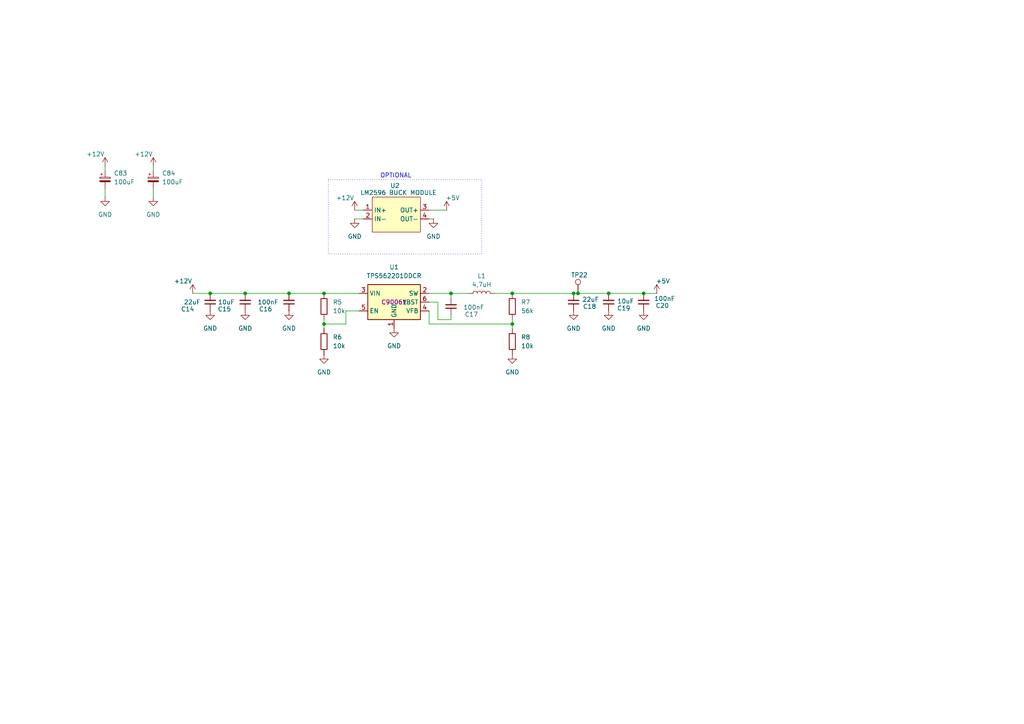
<source format=kicad_sch>
(kicad_sch (version 20250114) (generator "eeschema") (generator_version "9.0")
  (paper "A4")
  (lib_symbols
    (symbol "Connector:TestPoint" (pin_numbers (hide yes)) (pin_names (offset 0.762) (hide yes))
      (property "Reference" "TP" (at 0 6.858 0))
      (property "Value" "TestPoint" (at 0 5.08 0))
      (symbol "TestPoint_0_1"
        (circle (center 0 3.302) (radius 0.762))
      )
      (symbol "TestPoint_1_1"
        (pin passive line (at 0 0 90) (length 2.54) (name "1") (number "1"))
      )
    )
    (symbol "Device:C_Polarized_Small" (pin_numbers (hide yes)) (pin_names (offset 0.254) (hide yes))
      (property "Reference" "C" (at 0.254 1.778 0))
      (property "Value" "C_Polarized_Small" (at 0.254 -2.032 0))
      (symbol "C_Polarized_Small_0_1"
        (rectangle (start -1.524 0.6858) (end 1.524 0.3048))
        (rectangle (start -1.524 -0.3048) (end 1.524 -0.6858) (fill (type outline)))
        (polyline (pts (xy -1.27 1.524) (xy -0.762 1.524)))
        (polyline (pts (xy -1.016 1.27) (xy -1.016 1.778)))
      )
      (symbol "C_Polarized_Small_1_1"
        (pin passive line (at 0 2.54 270) (length 1.8542) (name "~") (number "1"))
        (pin passive line (at 0 -2.54 90) (length 1.8542) (name "~") (number "2"))
      )
    )
    (symbol "Device:C_Small" (pin_numbers (hide yes)) (pin_names (offset 0.254) (hide yes))
      (property "Reference" "C" (at 0.254 1.778 0))
      (property "Value" "C_Small" (at 0.254 -2.032 0))
      (symbol "C_Small_0_1"
        (polyline (pts (xy -1.524 0.508) (xy 1.524 0.508)) (stroke (width 0.3048)))
        (polyline (pts (xy -1.524 -0.508) (xy 1.524 -0.508)) (stroke (width 0.3302)))
      )
      (symbol "C_Small_1_1"
        (pin passive line (at 0 2.54 270) (length 2.032) (name "~") (number "1"))
        (pin passive line (at 0 -2.54 90) (length 2.032) (name "~") (number "2"))
      )
    )
    (symbol "Device:L" (pin_numbers (hide yes)) (pin_names (offset 1.016) (hide yes))
      (property "Reference" "L" (at -1.27 0 90))
      (property "Value" "L" (at 1.905 0 90))
      (symbol "L_0_1"
        (arc (start 0 2.54) (mid 0.6323 1.905) (end 0 1.27))
        (arc (start 0 1.27) (mid 0.6323 0.635) (end 0 0))
        (arc (start 0 0) (mid 0.6323 -0.635) (end 0 -1.27))
        (arc (start 0 -1.27) (mid 0.6323 -1.905) (end 0 -2.54))
      )
      (symbol "L_1_1"
        (pin passive line (at 0 3.81 270) (length 1.27) (name "1") (number "1"))
        (pin passive line (at 0 -3.81 90) (length 1.27) (name "2") (number "2"))
      )
    )
    (symbol "PCM_4ms_Power-symbol:+12V" (power) (pin_names (offset 0))
      (property "Value" "+12V" (at 0 3.556 0))
      (symbol "+12V_0_1"
        (polyline (pts (xy -0.762 1.27) (xy 0 2.54)))
        (polyline (pts (xy 0 2.54) (xy 0.762 1.27)))
        (polyline (pts (xy 0 0) (xy 0 2.54)))
      )
      (symbol "+12V_1_1"
        (pin power_in line (at 0 0 90) (length 0) (hide yes) (name "+12V") (number "1"))
      )
    )
    (symbol "PCM_SL_Resistors:Resistor"
      (property "Reference" "R" (at 0 5.08 0))
      (property "Value" "Resistor" (at 0 2.54 0))
      (symbol "Resistor_0_1"
        (rectangle (start -2.286 0.889) (end 2.286 -0.889) (stroke (width 0.24)))
      )
      (symbol "Resistor_1_1"
        (pin passive line (at -3.81 0 0) (length 1.5) (name "") (number "1"))
        (pin passive line (at 3.81 0 180) (length 1.5) (name "~") (number "2"))
      )
    )
    (symbol "Regulator_Switching:TPS562200"
      (property "Reference" "U" (at -7.62 6.35 0))
      (property "Value" "TPS562200" (at -2.54 6.35 0))
      (symbol "TPS562200_0_1"
        (rectangle (start -7.62 5.08) (end 7.62 -5.08) (stroke (width 0.254)) (fill (type background)))
      )
      (symbol "TPS562200_1_1"
        (pin power_in line (at -10.16 2.54 0) (length 2.54) (name "VIN") (number "3"))
        (pin input line (at -10.16 -2.54 0) (length 2.54) (name "EN") (number "5"))
        (pin power_in line (at 0 -7.62 90) (length 2.54) (name "GND") (number "1"))
        (pin output line (at 10.16 2.54 180) (length 2.54) (name "SW") (number "2"))
        (pin passive line (at 10.16 0 180) (length 2.54) (name "VBST") (number "6"))
        (pin input line (at 10.16 -2.54 180) (length 2.54) (name "VFB") (number "4"))
      )
    )
    (symbol "power:+5V" (power) (pin_numbers (hide yes)) (pin_names (offset 0) (hide yes))
      (property "Value" "+5V" (at 0 3.556 0))
      (symbol "+5V_0_1"
        (polyline (pts (xy -0.762 1.27) (xy 0 2.54)))
        (polyline (pts (xy 0 2.54) (xy 0.762 1.27)))
        (polyline (pts (xy 0 0) (xy 0 2.54)))
      )
      (symbol "+5V_1_1"
        (pin power_in line (at 0 0 90) (length 0) (name "~") (number "1"))
      )
    )
    (symbol "power:GND" (power) (pin_numbers (hide yes)) (pin_names (offset 0) (hide yes))
      (property "Value" "GND" (at 0 -3.81 0))
      (symbol "GND_0_1"
        (polyline (pts (xy 0 0) (xy 0 -1.27) (xy 1.27 -1.27) (xy 0 -2.54) (xy -1.27 -1.27) (xy 0 -1.27)))
      )
      (symbol "GND_1_1"
        (pin power_in line (at 0 0 270) (length 0) (name "~") (number "1"))
      )
    )
    (symbol "sym_lib:DC-DC_Step_down_module"
      (property "Reference" "U" (at 0 1.524 0))
      (symbol "DC-DC_Step_down_module_1_1"
        (rectangle (start -6.35 0) (end 7.62 -10.16) (fill (type background)))
        (pin input line (at -8.89 -3.81 0) (length 2.54) (name "IN+") (number "1"))
        (pin input line (at -8.89 -6.35 0) (length 2.54) (name "IN-") (number "2"))
        (pin output line (at 10.16 -3.81 180) (length 2.54) (name "OUT+") (number "3"))
        (pin output line (at 10.16 -6.35 180) (length 2.54) (name "OUT-") (number "4"))
      )
    )
  )
  (rectangle (start 95.25 52.07) (end 139.7 73.66) (stroke (width 0) (type dot)))
  (text "OPTIONAL" (at 114.808 51.054 0) (effects (font (size 1.27 1.27))))
  (junction (at 186.69 85.09))
  (junction (at 83.82 85.09))
  (junction (at 71.12 85.09))
  (junction (at 166.37 85.09))
  (junction (at 176.53 85.09))
  (junction (at 93.98 85.09))
  (junction (at 60.96 85.09))
  (junction (at 93.98 93.98))
  (junction (at 130.81 85.09))
  (junction (at 148.59 85.09))
  (junction (at 148.59 93.98))
  (junction (at 167.64 85.09))
  (wire (pts (xy 124.46 90.17) (xy 124.46 93.98)))
  (wire (pts (xy 148.59 92.71) (xy 148.59 93.98)))
  (wire (pts (xy 93.98 92.71) (xy 93.98 93.98)))
  (wire (pts (xy 83.82 85.09) (xy 93.98 85.09)))
  (wire (pts (xy 129.54 60.96) (xy 124.46 60.96)))
  (wire (pts (xy 130.81 85.09) (xy 124.46 85.09)))
  (wire (pts (xy 44.45 57.15) (xy 44.45 54.61)))
  (wire (pts (xy 30.48 48.26) (xy 30.48 49.53)))
  (wire (pts (xy 148.59 93.98) (xy 148.59 95.25)))
  (wire (pts (xy 186.69 85.09) (xy 190.5 85.09)))
  (wire (pts (xy 93.98 85.09) (xy 104.14 85.09)))
  (wire (pts (xy 102.87 63.5) (xy 105.41 63.5)))
  (wire (pts (xy 100.33 90.17) (xy 100.33 93.98)))
  (wire (pts (xy 148.59 85.09) (xy 166.37 85.09)))
  (wire (pts (xy 127 92.71) (xy 130.81 92.71)))
  (wire (pts (xy 135.89 85.09) (xy 130.81 85.09)))
  (wire (pts (xy 130.81 85.09) (xy 130.81 86.36)))
  (wire (pts (xy 104.14 90.17) (xy 100.33 90.17)))
  (wire (pts (xy 30.48 57.15) (xy 30.48 54.61)))
  (wire (pts (xy 176.53 85.09) (xy 186.69 85.09)))
  (wire (pts (xy 124.46 63.5) (xy 125.73 63.5)))
  (wire (pts (xy 124.46 87.63) (xy 127 87.63)))
  (wire (pts (xy 55.88 85.09) (xy 60.96 85.09)))
  (wire (pts (xy 166.37 85.09) (xy 167.64 85.09)))
  (wire (pts (xy 44.45 48.26) (xy 44.45 49.53)))
  (wire (pts (xy 130.81 92.71) (xy 130.81 91.44)))
  (wire (pts (xy 124.46 93.98) (xy 148.59 93.98)))
  (wire (pts (xy 60.96 85.09) (xy 71.12 85.09)))
  (wire (pts (xy 143.51 85.09) (xy 148.59 85.09)))
  (wire (pts (xy 167.64 85.09) (xy 176.53 85.09)))
  (wire (pts (xy 102.87 60.96) (xy 105.41 60.96)))
  (wire (pts (xy 71.12 85.09) (xy 83.82 85.09)))
  (wire (pts (xy 100.33 93.98) (xy 93.98 93.98)))
  (wire (pts (xy 93.98 93.98) (xy 93.98 95.25)))
  (wire (pts (xy 127 87.63) (xy 127 92.71)))
  (symbol (lib_id "PCM_4ms_Power-symbol:+12V") (at 55.88 85.09 0) (unit 1)
    (property "Reference" "#PWR064" (effects (hide yes)))
    (property "Value" "+12V" (at 53.086 81.534 0))
  )
  (symbol (lib_id "PCM_SL_Resistors:Resistor") (at 148.59 88.9 90) (unit 1)
    (property "Reference" "R7" (at 151.13 87.6299 90) (effects (justify right)))
    (property "Value" "56k" (at 151.13 90.1699 90) (effects (justify right)))
    (property "Footprint" "Resistor_SMD:R_0603_1608Metric_Pad0.98x0.95mm_HandSolder" (effects (hide yes)))
    (property "Description" "1/4W Resistor" (effects (hide yes)))
    (property "LCSC" "C23206" (effects (hide yes)))
  )
  (symbol (lib_id "PCM_SL_Resistors:Resistor") (at 93.98 99.06 90) (unit 1)
    (property "Reference" "R6" (at 96.52 97.7899 90) (effects (justify right)))
    (property "Value" "10k" (at 96.52 100.3299 90) (effects (justify right)))
    (property "Footprint" "Resistor_SMD:R_0603_1608Metric_Pad0.98x0.95mm_HandSolder" (effects (hide yes)))
    (property "Description" "1/4W Resistor" (effects (hide yes)))
    (property "LCSC" "C25804" (effects (hide yes)))
  )
  (symbol (lib_id "Connector:TestPoint") (at 167.64 85.09 0) (unit 1)
    (property "Reference" "TP22" (at 165.608 79.756 0) (effects (justify left)))
    (property "Value" "TestPoint" (effects (hide yes)))
    (property "Footprint" "TestPoint:TestPoint_Pad_D2.0mm" (effects (hide yes)))
    (property "Description" "test point" (effects (hide yes)))
  )
  (symbol (lib_id "sym_lib:DC-DC_Step_down_module") (at 114.3 57.15 0) (unit 1)
    (property "Reference" "U2" (at 114.554 53.848 0))
    (property "Value" "LM2596 BUCK MODULE" (at 115.57 55.88 0))
    (property "Footprint" "footprint_lib:LM2596 DC-DC module" (effects (hide yes)))
  )
  (symbol (lib_id "Device:C_Small") (at 83.82 87.63 180) (unit 1)
    (property "Reference" "C16" (at 78.994 89.662 0) (effects (justify left)))
    (property "Value" "100nF" (at 80.772 87.63 0) (effects (justify left)))
    (property "Footprint" "Capacitor_SMD:C_0603_1608Metric_Pad1.08x0.95mm_HandSolder" (effects (hide yes)))
    (property "Description" "Unpolarized capacitor, small symbol" (effects (hide yes)))
    (property "LCSC" "C14663" (effects (hide yes)))
  )
  (symbol (lib_id "power:GND") (at 60.96 90.17 0) (unit 1)
    (property "Reference" "#PWR065" (effects (hide yes)))
    (property "Value" "GND" (at 60.96 95.25 0))
    (property "Description" "Power symbol creates a global label with name \"GND\" , ground" (effects (hide yes)))
  )
  (symbol (lib_id "power:GND") (at 102.87 63.5 0) (unit 1)
    (property "Reference" "#PWR0157" (effects (hide yes)))
    (property "Value" "GND" (at 102.87 68.58 0))
    (property "Description" "Power symbol creates a global label with name \"GND\" , ground" (effects (hide yes)))
  )
  (symbol (lib_id "power:GND") (at 114.3 95.25 0) (unit 1)
    (property "Reference" "#PWR071" (effects (hide yes)))
    (property "Value" "GND" (at 114.3 100.33 0))
    (property "Description" "Power symbol creates a global label with name \"GND\" , ground" (effects (hide yes)))
  )
  (symbol (lib_id "power:+5V") (at 190.5 85.09 0) (unit 1)
    (property "Reference" "#PWR077" (effects (hide yes)))
    (property "Value" "+5V" (at 192.278 81.534 0))
    (property "Description" "Power symbol creates a global label with name \"+5V\"" (effects (hide yes)))
  )
  (symbol (lib_id "power:GND") (at 176.53 90.17 0) (unit 1)
    (property "Reference" "#PWR075" (effects (hide yes)))
    (property "Value" "GND" (at 176.53 95.25 0))
    (property "Description" "Power symbol creates a global label with name \"GND\" , ground" (effects (hide yes)))
  )
  (symbol (lib_id "PCM_4ms_Power-symbol:+12V") (at 44.45 48.26 0) (unit 1)
    (property "Reference" "#PWR0167" (effects (hide yes)))
    (property "Value" "+12V" (at 41.656 44.704 0))
  )
  (symbol (lib_id "PCM_SL_Resistors:Resistor") (at 148.59 99.06 90) (unit 1)
    (property "Reference" "R8" (at 151.13 97.7899 90) (effects (justify right)))
    (property "Value" "10k" (at 151.13 100.3299 90) (effects (justify right)))
    (property "Footprint" "Resistor_SMD:R_0603_1608Metric_Pad0.98x0.95mm_HandSolder" (effects (hide yes)))
    (property "Description" "1/4W Resistor" (effects (hide yes)))
    (property "LCSC" "C25804" (effects (hide yes)))
  )
  (symbol (lib_id "power:GND") (at 166.37 90.17 0) (unit 1)
    (property "Reference" "#PWR074" (effects (hide yes)))
    (property "Value" "GND" (at 166.37 95.25 0))
    (property "Description" "Power symbol creates a global label with name \"GND\" , ground" (effects (hide yes)))
  )
  (symbol (lib_id "Device:C_Small") (at 60.96 87.63 180) (unit 1)
    (property "Reference" "C14" (at 56.388 89.662 0) (effects (justify left)))
    (property "Value" "22uF" (at 58.166 87.63 0) (effects (justify left)))
    (property "Footprint" "Capacitor_SMD:C_0805_2012Metric_Pad1.18x1.45mm_HandSolder" (effects (hide yes)))
    (property "Description" "Unpolarized capacitor, small symbol" (effects (hide yes)))
    (property "LCSC" "C96446" (effects (hide yes)))
  )
  (symbol (lib_id "Device:C_Polarized_Small") (at 44.45 52.07 0) (unit 1)
    (property "Reference" "C84" (at 46.99 50.2538 0) (effects (justify left)))
    (property "Value" "100uF" (at 46.99 52.7938 0) (effects (justify left)))
    (property "Footprint" "Capacitor_SMD:CP_Elec_6.3x7.7" (effects (hide yes)))
    (property "Datasheet" "https://www.tme.eu/pl/details/zsc00bm1011earl/kondensatory-elektrolityczne-smd/vishay/" (effects (hide yes)))
    (property "Description" "Polarized capacitor, small symbol" (effects (hide yes)))
  )
  (symbol (lib_id "PCM_4ms_Power-symbol:+12V") (at 30.48 48.26 0) (unit 1)
    (property "Reference" "#PWR070" (effects (hide yes)))
    (property "Value" "+12V" (at 27.686 44.704 0))
  )
  (symbol (lib_id "Device:C_Small") (at 186.69 87.63 180) (unit 1)
    (property "Reference" "C20" (at 194.056 88.646 0) (effects (justify left)))
    (property "Value" "100nF" (at 195.834 86.614 0) (effects (justify left)))
    (property "Footprint" "Capacitor_SMD:C_0603_1608Metric_Pad1.08x0.95mm_HandSolder" (effects (hide yes)))
    (property "Description" "Unpolarized capacitor, small symbol" (effects (hide yes)))
    (property "LCSC" "C14663" (effects (hide yes)))
  )
  (symbol (lib_id "power:GND") (at 83.82 90.17 0) (unit 1)
    (property "Reference" "#PWR067" (effects (hide yes)))
    (property "Value" "GND" (at 83.82 95.25 0))
    (property "Description" "Power symbol creates a global label with name \"GND\" , ground" (effects (hide yes)))
  )
  (symbol (lib_id "power:GND") (at 186.69 90.17 0) (unit 1)
    (property "Reference" "#PWR076" (effects (hide yes)))
    (property "Value" "GND" (at 186.69 95.25 0))
    (property "Description" "Power symbol creates a global label with name \"GND\" , ground" (effects (hide yes)))
  )
  (symbol (lib_id "Device:C_Small") (at 130.81 88.9 180) (unit 1)
    (property "Reference" "C17" (at 138.684 91.186 0) (effects (justify left)))
    (property "Value" "100nF" (at 140.462 89.154 0) (effects (justify left)))
    (property "Footprint" "Capacitor_SMD:C_0603_1608Metric_Pad1.08x0.95mm_HandSolder" (effects (hide yes)))
    (property "Description" "Unpolarized capacitor, small symbol" (effects (hide yes)))
    (property "LCSC" "C14663" (effects (hide yes)))
  )
  (symbol (lib_id "Device:C_Small") (at 166.37 87.63 180) (unit 1)
    (property "Reference" "C18" (at 172.974 88.9 0) (effects (justify left)))
    (property "Value" "22uF" (at 173.736 86.868 0) (effects (justify left)))
    (property "Footprint" "Capacitor_SMD:C_0805_2012Metric_Pad1.18x1.45mm_HandSolder" (effects (hide yes)))
    (property "Description" "Unpolarized capacitor, small symbol" (effects (hide yes)))
    (property "LCSC" "C96446" (effects (hide yes)))
  )
  (symbol (lib_id "PCM_4ms_Power-symbol:+12V") (at 102.87 60.96 0) (unit 1)
    (property "Reference" "#PWR069" (effects (hide yes)))
    (property "Value" "+12V" (at 100.076 57.404 0))
  )
  (symbol (lib_id "power:GND") (at 71.12 90.17 0) (unit 1)
    (property "Reference" "#PWR066" (effects (hide yes)))
    (property "Value" "GND" (at 71.12 95.25 0))
    (property "Description" "Power symbol creates a global label with name \"GND\" , ground" (effects (hide yes)))
  )
  (symbol (lib_id "power:GND") (at 125.73 63.5 0) (unit 1)
    (property "Reference" "#PWR0147" (effects (hide yes)))
    (property "Value" "GND" (at 125.73 68.58 0))
    (property "Description" "Power symbol creates a global label with name \"GND\" , ground" (effects (hide yes)))
  )
  (symbol (lib_id "Regulator_Switching:TPS562200") (at 114.3 87.63 0) (unit 1)
    (property "Reference" "U1" (at 114.3 77.47 0))
    (property "Value" "TPS562201DDCR" (at 114.3 80.01 0))
    (property "Footprint" "Package_TO_SOT_SMD:SOT-23-6_Handsoldering" (effects (hide yes)))
    (property "Datasheet" "http://www.ti.com/lit/ds/symlink/tps563200.pdf" (effects (hide yes)))
    (property "Description" "2A Synchronous Step-Down Voltage Regulator, Adjustable Output Voltage, 4.5-17V Input Voltage, SOT-23-6" (effects (hide yes)))
    (property "LCSC" "C90061" (at 114.3 87.63 0))
  )
  (symbol (lib_id "Device:L") (at 139.7 85.09 90) (unit 1)
    (property "Reference" "L1" (at 139.7 80.01 90))
    (property "Value" "4,7uH" (at 139.7 82.55 90))
    (property "Footprint" "footprint_lib:HPIO530-4R7" (effects (hide yes)))
    (property "Datasheet" "https://www.tme.eu/Document/e149c9d15a89ae101acf458935804ce7/HPI0530.pdf" (effects (hide yes)))
    (property "Description" "3,5A ISAT" (effects (hide yes)))
    (property "LCSC" "C408410" (effects (hide yes)))
  )
  (symbol (lib_id "Device:C_Small") (at 176.53 87.63 180) (unit 1)
    (property "Reference" "C19" (at 182.88 89.408 0) (effects (justify left)))
    (property "Value" "10uF" (at 183.896 87.376 0) (effects (justify left)))
    (property "Footprint" "Capacitor_SMD:C_0603_1608Metric_Pad1.08x0.95mm_HandSolder" (effects (hide yes)))
    (property "Description" "Unpolarized capacitor, small symbol" (effects (hide yes)))
    (property "LCSC" "C45783" (effects (hide yes)))
  )
  (symbol (lib_id "power:GND") (at 93.98 102.87 0) (unit 1)
    (property "Reference" "#PWR068" (effects (hide yes)))
    (property "Value" "GND" (at 93.98 107.95 0))
    (property "Description" "Power symbol creates a global label with name \"GND\" , ground" (effects (hide yes)))
  )
  (symbol (lib_id "power:GND") (at 30.48 57.15 0) (unit 1)
    (property "Reference" "#PWR072" (effects (hide yes)))
    (property "Value" "GND" (at 30.48 62.23 0))
    (property "Description" "Power symbol creates a global label with name \"GND\" , ground" (effects (hide yes)))
  )
  (symbol (lib_id "power:GND") (at 44.45 57.15 0) (unit 1)
    (property "Reference" "#PWR0201" (effects (hide yes)))
    (property "Value" "GND" (at 44.45 62.23 0))
    (property "Description" "Power symbol creates a global label with name \"GND\" , ground" (effects (hide yes)))
  )
  (symbol (lib_id "Device:C_Small") (at 71.12 87.63 180) (unit 1)
    (property "Reference" "C15" (at 67.056 89.662 0) (effects (justify left)))
    (property "Value" "10uF" (at 68.072 87.63 0) (effects (justify left)))
    (property "Footprint" "Capacitor_SMD:C_0603_1608Metric_Pad1.08x0.95mm_HandSolder" (effects (hide yes)))
    (property "Description" "Unpolarized capacitor, small symbol" (effects (hide yes)))
    (property "LCSC" "C45783" (effects (hide yes)))
  )
  (symbol (lib_id "Device:C_Polarized_Small") (at 30.48 52.07 0) (unit 1)
    (property "Reference" "C83" (at 33.02 50.2538 0) (effects (justify left)))
    (property "Value" "100uF" (at 33.02 52.7938 0) (effects (justify left)))
    (property "Footprint" "Capacitor_SMD:CP_Elec_6.3x7.7" (effects (hide yes)))
    (property "Datasheet" "https://www.tme.eu/pl/details/zsc00bm1011earl/kondensatory-elektrolityczne-smd/vishay/" (effects (hide yes)))
    (property "Description" "Polarized capacitor, small symbol" (effects (hide yes)))
  )
  (symbol (lib_id "power:GND") (at 148.59 102.87 0) (unit 1)
    (property "Reference" "#PWR073" (effects (hide yes)))
    (property "Value" "GND" (at 148.59 107.95 0))
    (property "Description" "Power symbol creates a global label with name \"GND\" , ground" (effects (hide yes)))
  )
  (symbol (lib_id "PCM_SL_Resistors:Resistor") (at 93.98 88.9 90) (unit 1)
    (property "Reference" "R5" (at 96.52 87.6299 90) (effects (justify right)))
    (property "Value" "10k" (at 96.52 90.1699 90) (effects (justify right)))
    (property "Footprint" "Resistor_SMD:R_0603_1608Metric_Pad0.98x0.95mm_HandSolder" (effects (hide yes)))
    (property "Description" "1/4W Resistor" (effects (hide yes)))
    (property "LCSC" "C25804" (effects (hide yes)))
  )
  (symbol (lib_id "power:+5V") (at 129.54 60.96 0) (unit 1)
    (property "Reference" "#PWR085" (effects (hide yes)))
    (property "Value" "+5V" (at 131.318 57.404 0))
    (property "Description" "Power symbol creates a global label with name \"+5V\"" (effects (hide yes)))
  )
)
</source>
